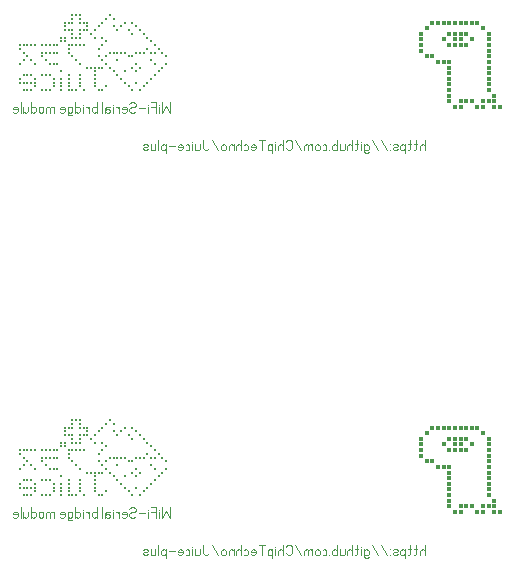
<source format=gbr>
%FSLAX34Y34*%
%MOMM*%
%LNSILK_BOTTOM_*%
G71*
G01*
%ADD10R, 0.27X0.27*%
%ADD11R, 0.40X0.40*%
%ADD12C, 0.11*%
%LPD*%
X257175Y815975D02*
G54D10*
D03*
X254000Y812800D02*
G54D10*
D03*
X250825Y809625D02*
G54D10*
D03*
X247650Y806450D02*
G54D10*
D03*
X257175Y822325D02*
G54D10*
D03*
X254000Y825500D02*
G54D10*
D03*
X250825Y828675D02*
G54D10*
D03*
X247650Y831850D02*
G54D10*
D03*
X244475Y835025D02*
G54D10*
D03*
X244475Y803275D02*
G54D10*
D03*
X241300Y800100D02*
G54D10*
D03*
X238125Y796925D02*
G54D10*
D03*
X234950Y793750D02*
G54D10*
D03*
X228600Y793750D02*
G54D10*
D03*
X225425Y796925D02*
G54D10*
D03*
X222250Y800100D02*
G54D10*
D03*
X219075Y803275D02*
G54D10*
D03*
X215900Y806450D02*
G54D10*
D03*
X212725Y809625D02*
G54D10*
D03*
X209550Y812800D02*
G54D10*
D03*
X206375Y815975D02*
G54D10*
D03*
X203200Y819150D02*
G54D10*
D03*
X241300Y838200D02*
G54D10*
D03*
X238125Y841375D02*
G54D10*
D03*
X234950Y844550D02*
G54D10*
D03*
X231775Y847725D02*
G54D10*
D03*
X215900Y844550D02*
G54D10*
D03*
X206375Y835025D02*
G54D10*
D03*
X203200Y838200D02*
G54D10*
D03*
X212725Y847725D02*
G54D10*
D03*
X212725Y854075D02*
G54D10*
D03*
X209550Y857250D02*
G54D10*
D03*
X206375Y854075D02*
G54D10*
D03*
X203200Y850900D02*
G54D10*
D03*
X200025Y847725D02*
G54D10*
D03*
X196850Y844550D02*
G54D10*
D03*
X193675Y841375D02*
G54D10*
D03*
X196850Y838200D02*
G54D10*
D03*
X247650Y825500D02*
G54D10*
D03*
X244475Y825500D02*
G54D10*
D03*
X241300Y828675D02*
G54D10*
D03*
X238125Y825500D02*
G54D10*
D03*
X234950Y825500D02*
G54D10*
D03*
X231775Y825500D02*
G54D10*
D03*
X228600Y822325D02*
G54D10*
D03*
X225425Y822325D02*
G54D10*
D03*
X222250Y825500D02*
G54D10*
D03*
X219075Y825500D02*
G54D10*
D03*
X215900Y825500D02*
G54D10*
D03*
X212725Y825500D02*
G54D10*
D03*
X209550Y825500D02*
G54D10*
D03*
X206375Y822325D02*
G54D10*
D03*
X190500Y850900D02*
G54D10*
D03*
X190500Y847725D02*
G54D10*
D03*
X190500Y844550D02*
G54D10*
D03*
X187325Y844550D02*
G54D10*
D03*
X187325Y850900D02*
G54D10*
D03*
X184150Y850900D02*
G54D10*
D03*
X184150Y854075D02*
G54D10*
D03*
X184150Y857250D02*
G54D10*
D03*
X180975Y857250D02*
G54D10*
D03*
X177800Y857250D02*
G54D10*
D03*
X177800Y854075D02*
G54D10*
D03*
X177800Y850900D02*
G54D10*
D03*
X174625Y850900D02*
G54D10*
D03*
X171450Y850900D02*
G54D10*
D03*
X171450Y847725D02*
G54D10*
D03*
X171450Y844550D02*
G54D10*
D03*
X174625Y844550D02*
G54D10*
D03*
X177800Y844550D02*
G54D10*
D03*
X184150Y844550D02*
G54D10*
D03*
X184150Y841375D02*
G54D10*
D03*
X184150Y838200D02*
G54D10*
D03*
X180975Y838200D02*
G54D10*
D03*
X177800Y838200D02*
G54D10*
D03*
X177800Y841375D02*
G54D10*
D03*
X228600Y850900D02*
G54D10*
D03*
X222250Y850900D02*
G54D10*
D03*
X219075Y847725D02*
G54D10*
D03*
X203200Y831850D02*
G54D10*
D03*
X200025Y828675D02*
G54D10*
D03*
X200025Y822325D02*
G54D10*
D03*
X203200Y812800D02*
G54D10*
D03*
X200025Y812800D02*
G54D10*
D03*
X196850Y812800D02*
G54D10*
D03*
X193675Y812800D02*
G54D10*
D03*
X190500Y812800D02*
G54D10*
D03*
X196850Y809625D02*
G54D10*
D03*
X196850Y806450D02*
G54D10*
D03*
X196850Y803275D02*
G54D10*
D03*
X196850Y800100D02*
G54D10*
D03*
X196850Y796925D02*
G54D10*
D03*
X200025Y793750D02*
G54D10*
D03*
X203200Y793750D02*
G54D10*
D03*
X206375Y796925D02*
G54D10*
D03*
X187325Y793750D02*
G54D10*
D03*
X184150Y796925D02*
G54D10*
D03*
X184150Y800100D02*
G54D10*
D03*
X184150Y803275D02*
G54D10*
D03*
X184150Y806450D02*
G54D10*
D03*
X180975Y793750D02*
G54D10*
D03*
X177800Y793750D02*
G54D10*
D03*
X174625Y793750D02*
G54D10*
D03*
X174625Y796925D02*
G54D10*
D03*
X174625Y800100D02*
G54D10*
D03*
X174625Y803275D02*
G54D10*
D03*
X174625Y806450D02*
G54D10*
D03*
X168275Y809625D02*
G54D10*
D03*
X168275Y803275D02*
G54D10*
D03*
X168275Y800100D02*
G54D10*
D03*
X168275Y796925D02*
G54D10*
D03*
X168275Y793750D02*
G54D10*
D03*
X161925Y796925D02*
G54D10*
D03*
X161925Y800100D02*
G54D10*
D03*
X161925Y803275D02*
G54D10*
D03*
X158750Y806450D02*
G54D10*
D03*
X155575Y806450D02*
G54D10*
D03*
X158750Y793750D02*
G54D10*
D03*
X155575Y793750D02*
G54D10*
D03*
X152400Y793750D02*
G54D10*
D03*
X152400Y806450D02*
G54D10*
D03*
X146050Y796925D02*
G54D10*
D03*
X146050Y800100D02*
G54D10*
D03*
X146050Y803275D02*
G54D10*
D03*
X142875Y806450D02*
G54D10*
D03*
X139700Y806450D02*
G54D10*
D03*
X136525Y806450D02*
G54D10*
D03*
X142875Y793750D02*
G54D10*
D03*
X139700Y793750D02*
G54D10*
D03*
X136525Y793750D02*
G54D10*
D03*
X133350Y803275D02*
G54D10*
D03*
X133350Y800100D02*
G54D10*
D03*
X136525Y800100D02*
G54D10*
D03*
X139700Y800100D02*
G54D10*
D03*
X142875Y800100D02*
G54D10*
D03*
X234950Y812800D02*
G54D10*
D03*
X231775Y809625D02*
G54D10*
D03*
X228600Y812800D02*
G54D10*
D03*
X231775Y815975D02*
G54D10*
D03*
X222250Y809625D02*
G54D10*
D03*
X244475Y819150D02*
G54D10*
D03*
X215900Y819150D02*
G54D10*
D03*
X231775Y800100D02*
G54D10*
D03*
X247650Y815975D02*
G54D10*
D03*
X187325Y831850D02*
G54D10*
D03*
X184150Y831850D02*
G54D10*
D03*
X180975Y831850D02*
G54D10*
D03*
X177800Y831850D02*
G54D10*
D03*
X174625Y831850D02*
G54D10*
D03*
X174625Y828675D02*
G54D10*
D03*
X174625Y825500D02*
G54D10*
D03*
X177800Y822325D02*
G54D10*
D03*
X180975Y819150D02*
G54D10*
D03*
X184150Y815975D02*
G54D10*
D03*
X171450Y838200D02*
G54D10*
D03*
X171450Y835025D02*
G54D10*
D03*
X168275Y835025D02*
G54D10*
D03*
X168275Y838200D02*
G54D10*
D03*
X165100Y831850D02*
G54D10*
D03*
X161925Y831850D02*
G54D10*
D03*
X158750Y831850D02*
G54D10*
D03*
X155575Y831850D02*
G54D10*
D03*
X152400Y831850D02*
G54D10*
D03*
X165100Y825500D02*
G54D10*
D03*
X161925Y825500D02*
G54D10*
D03*
X158750Y825500D02*
G54D10*
D03*
X155575Y825500D02*
G54D10*
D03*
X152400Y825500D02*
G54D10*
D03*
X152400Y822325D02*
G54D10*
D03*
X155575Y819150D02*
G54D10*
D03*
X158750Y815975D02*
G54D10*
D03*
X165100Y815975D02*
G54D10*
D03*
X161925Y815975D02*
G54D10*
D03*
X146050Y831850D02*
G54D10*
D03*
X142875Y831850D02*
G54D10*
D03*
X139700Y831850D02*
G54D10*
D03*
X136525Y831850D02*
G54D10*
D03*
X133350Y831850D02*
G54D10*
D03*
X133350Y828675D02*
G54D10*
D03*
X136525Y825500D02*
G54D10*
D03*
X139700Y822325D02*
G54D10*
D03*
X142875Y819150D02*
G54D10*
D03*
X146050Y815975D02*
G54D10*
D03*
X136525Y819150D02*
G54D10*
D03*
X133350Y815975D02*
G54D10*
D03*
X225425Y844550D02*
G54D10*
D03*
X228600Y841375D02*
G54D10*
D03*
X515938Y850900D02*
G54D11*
D03*
X511175Y850900D02*
G54D11*
D03*
X506412Y850900D02*
G54D11*
D03*
X501650Y850900D02*
G54D11*
D03*
X496888Y850900D02*
G54D11*
D03*
X492125Y850900D02*
G54D11*
D03*
X487362Y850900D02*
G54D11*
D03*
X482600Y850900D02*
G54D11*
D03*
X530225Y836612D02*
G54D11*
D03*
X530225Y831850D02*
G54D11*
D03*
X530225Y827088D02*
G54D11*
D03*
X530225Y822325D02*
G54D11*
D03*
X530225Y817562D02*
G54D11*
D03*
X530225Y812800D02*
G54D11*
D03*
X530225Y808038D02*
G54D11*
D03*
X530225Y803275D02*
G54D11*
D03*
X530225Y798512D02*
G54D11*
D03*
X530225Y793750D02*
G54D11*
D03*
X534988Y788988D02*
G54D11*
D03*
X534988Y784225D02*
G54D11*
D03*
X534988Y779462D02*
G54D11*
D03*
X539750Y779462D02*
G54D11*
D03*
X525462Y784225D02*
G54D11*
D03*
X525462Y779462D02*
G54D11*
D03*
X520700Y779462D02*
G54D11*
D03*
X515938Y784225D02*
G54D11*
D03*
X511175Y784225D02*
G54D11*
D03*
X506412Y784225D02*
G54D11*
D03*
X506412Y779462D02*
G54D11*
D03*
X501650Y779462D02*
G54D11*
D03*
X473075Y827088D02*
G54D11*
D03*
X473075Y831850D02*
G54D11*
D03*
X473075Y836612D02*
G54D11*
D03*
X473075Y841375D02*
G54D11*
D03*
X477838Y846138D02*
G54D11*
D03*
X515938Y836612D02*
G54D11*
D03*
X511175Y841375D02*
G54D11*
D03*
X506412Y841375D02*
G54D11*
D03*
X501650Y841375D02*
G54D11*
D03*
X496888Y841375D02*
G54D11*
D03*
X492125Y836612D02*
G54D11*
D03*
X511175Y831850D02*
G54D11*
D03*
X506412Y831850D02*
G54D11*
D03*
X501650Y831850D02*
G54D11*
D03*
X496888Y831850D02*
G54D11*
D03*
X506412Y836612D02*
G54D11*
D03*
X501650Y836612D02*
G54D11*
D03*
X530225Y784225D02*
G54D11*
D03*
X477838Y822325D02*
G54D11*
D03*
X482600Y822325D02*
G54D11*
D03*
X492125Y817562D02*
G54D11*
D03*
X487362Y817562D02*
G54D11*
D03*
X496888Y817562D02*
G54D11*
D03*
X496888Y812800D02*
G54D11*
D03*
X496888Y808038D02*
G54D11*
D03*
X496888Y803275D02*
G54D11*
D03*
X496888Y798512D02*
G54D11*
D03*
X496888Y793750D02*
G54D11*
D03*
X496888Y788988D02*
G54D11*
D03*
X496888Y784225D02*
G54D11*
D03*
X520700Y850900D02*
G54D11*
D03*
X525462Y846138D02*
G54D11*
D03*
X530225Y841375D02*
G54D11*
D03*
G54D12*
X260350Y783589D02*
X260350Y774700D01*
X257017Y780256D01*
X253683Y774700D01*
X253683Y783589D01*
G54D12*
X251239Y774700D02*
X251239Y779700D01*
G54D12*
X251239Y781367D02*
X251239Y781367D01*
G54D12*
X248795Y774700D02*
X248795Y783589D01*
X244128Y783589D01*
G54D12*
X248795Y779144D02*
X244128Y779144D01*
G54D12*
X241684Y774700D02*
X241684Y779700D01*
G54D12*
X241684Y781367D02*
X241684Y781367D01*
G54D12*
X239240Y778589D02*
X233907Y778589D01*
G54D12*
X231463Y776367D02*
X230796Y775256D01*
X229463Y774700D01*
X228130Y774700D01*
X226796Y775256D01*
X226130Y776367D01*
X226130Y777478D01*
X226796Y778589D01*
X228130Y779144D01*
X229463Y779144D01*
X230796Y779700D01*
X231463Y780811D01*
X231463Y781922D01*
X230796Y783033D01*
X229463Y783589D01*
X228130Y783589D01*
X226796Y783033D01*
X226130Y781922D01*
G54D12*
X219686Y775256D02*
X220753Y774700D01*
X222086Y774700D01*
X223419Y775256D01*
X223686Y776367D01*
X223686Y778256D01*
X223019Y779367D01*
X221686Y779700D01*
X220353Y779367D01*
X219686Y778589D01*
X219686Y777478D01*
X223686Y777478D01*
G54D12*
X217242Y774700D02*
X217242Y779700D01*
G54D12*
X217242Y778589D02*
X215909Y779700D01*
X214575Y779700D01*
G54D12*
X212131Y774700D02*
X212131Y779700D01*
G54D12*
X212131Y781367D02*
X212131Y781367D01*
G54D12*
X209687Y779144D02*
X208354Y779700D01*
X206754Y779700D01*
X205687Y778589D01*
X205687Y774700D01*
G54D12*
X205687Y776367D02*
X206354Y777478D01*
X207687Y777700D01*
X209020Y777478D01*
X209687Y776367D01*
X209420Y775256D01*
X208354Y774700D01*
X207687Y774700D01*
X207420Y774700D01*
X206354Y775256D01*
X205687Y776367D01*
G54D12*
X203243Y774700D02*
X203243Y783589D01*
G54D12*
X198222Y774700D02*
X198222Y783589D01*
G54D12*
X198222Y778256D02*
X197555Y779367D01*
X196222Y779700D01*
X194889Y779367D01*
X194222Y778256D01*
X194222Y776033D01*
X194889Y774922D01*
X196222Y774700D01*
X197555Y774922D01*
X198222Y776033D01*
G54D12*
X191778Y774700D02*
X191778Y779700D01*
G54D12*
X191778Y778589D02*
X190445Y779700D01*
X189111Y779700D01*
G54D12*
X186667Y774700D02*
X186667Y779700D01*
G54D12*
X186667Y781367D02*
X186667Y781367D01*
G54D12*
X180223Y774700D02*
X180223Y783589D01*
G54D12*
X180223Y778256D02*
X180890Y779367D01*
X182223Y779700D01*
X183556Y779367D01*
X184223Y778256D01*
X184223Y776033D01*
X183556Y774922D01*
X182223Y774700D01*
X180890Y774922D01*
X180223Y776033D01*
G54D12*
X177779Y773033D02*
X176446Y772478D01*
X175512Y772478D01*
X174179Y773033D01*
X173779Y774144D01*
X173779Y779700D01*
G54D12*
X173779Y778256D02*
X174446Y779367D01*
X175779Y779700D01*
X177112Y779367D01*
X177779Y778256D01*
X177779Y776033D01*
X177112Y774922D01*
X175779Y774700D01*
X174446Y774922D01*
X173779Y776033D01*
G54D12*
X167335Y775256D02*
X168402Y774700D01*
X169735Y774700D01*
X171068Y775256D01*
X171335Y776367D01*
X171335Y778256D01*
X170668Y779367D01*
X169335Y779700D01*
X168002Y779367D01*
X167335Y778589D01*
X167335Y777478D01*
X171335Y777478D01*
G54D12*
X162314Y774700D02*
X162314Y779700D01*
G54D12*
X162314Y778811D02*
X160981Y779700D01*
X159647Y779367D01*
X158981Y778589D01*
X158981Y774700D01*
G54D12*
X158981Y778811D02*
X157647Y779700D01*
X156314Y779367D01*
X155647Y778589D01*
X155647Y774700D01*
G54D12*
X149203Y776033D02*
X149203Y778256D01*
X149870Y779367D01*
X151203Y779700D01*
X152536Y779367D01*
X153203Y778256D01*
X153203Y776033D01*
X152536Y774922D01*
X151203Y774700D01*
X149870Y774922D01*
X149203Y776033D01*
G54D12*
X142759Y774700D02*
X142759Y783589D01*
G54D12*
X142759Y778256D02*
X143426Y779367D01*
X144759Y779700D01*
X146092Y779367D01*
X146759Y778256D01*
X146759Y776033D01*
X146092Y774922D01*
X144759Y774700D01*
X143426Y774922D01*
X142759Y776033D01*
G54D12*
X136315Y779700D02*
X136315Y774700D01*
G54D12*
X136315Y775811D02*
X136982Y774922D01*
X138315Y774700D01*
X139648Y774922D01*
X140315Y775811D01*
X140315Y779700D01*
G54D12*
X133871Y774700D02*
X133871Y783589D01*
G54D12*
X127427Y775256D02*
X128494Y774700D01*
X129827Y774700D01*
X131160Y775256D01*
X131427Y776367D01*
X131427Y778256D01*
X130760Y779367D01*
X129427Y779700D01*
X128094Y779367D01*
X127427Y778589D01*
X127427Y777478D01*
X131427Y777478D01*
G54D12*
X476250Y742950D02*
X476250Y751839D01*
G54D12*
X476250Y746506D02*
X475583Y747617D01*
X474250Y747950D01*
X472917Y747617D01*
X472250Y746506D01*
X472250Y742950D01*
G54D12*
X468473Y751839D02*
X468473Y743506D01*
X467806Y742950D01*
X467139Y743172D01*
G54D12*
X469806Y747950D02*
X467139Y747950D01*
G54D12*
X463362Y751839D02*
X463362Y743506D01*
X462695Y742950D01*
X462028Y743172D01*
G54D12*
X464695Y747950D02*
X462028Y747950D01*
G54D12*
X459584Y747950D02*
X459584Y740728D01*
G54D12*
X459584Y744617D02*
X458917Y743172D01*
X457584Y742950D01*
X456251Y743172D01*
X455584Y744283D01*
X455584Y746506D01*
X456251Y747617D01*
X457584Y747950D01*
X458917Y747617D01*
X459584Y746283D01*
G54D12*
X453140Y743506D02*
X451807Y742950D01*
X450473Y742950D01*
X449140Y743506D01*
X449140Y744617D01*
X449807Y745172D01*
X452473Y745728D01*
X453140Y746283D01*
X453140Y747394D01*
X451807Y747950D01*
X450473Y747950D01*
X449140Y747394D01*
G54D12*
X446696Y742950D02*
X446696Y742950D01*
G54D12*
X446696Y747950D02*
X446696Y747950D01*
G54D12*
X444252Y742950D02*
X438919Y751839D01*
G54D12*
X436475Y742950D02*
X431142Y751839D01*
G54D12*
X428698Y741283D02*
X427365Y740728D01*
X426431Y740728D01*
X425098Y741283D01*
X424698Y742394D01*
X424698Y747950D01*
G54D12*
X424698Y746506D02*
X425365Y747617D01*
X426698Y747950D01*
X428031Y747617D01*
X428698Y746506D01*
X428698Y744283D01*
X428031Y743172D01*
X426698Y742950D01*
X425365Y743172D01*
X424698Y744283D01*
G54D12*
X422254Y742950D02*
X422254Y747950D01*
G54D12*
X422254Y749617D02*
X422254Y749617D01*
G54D12*
X418477Y751839D02*
X418477Y743506D01*
X417810Y742950D01*
X417143Y743172D01*
G54D12*
X419810Y747950D02*
X417143Y747950D01*
G54D12*
X414699Y742950D02*
X414699Y751839D01*
G54D12*
X414699Y746506D02*
X414032Y747617D01*
X412699Y747950D01*
X411366Y747617D01*
X410699Y746506D01*
X410699Y742950D01*
G54D12*
X404255Y747950D02*
X404255Y742950D01*
G54D12*
X404255Y744061D02*
X404922Y743172D01*
X406255Y742950D01*
X407588Y743172D01*
X408255Y744061D01*
X408255Y747950D01*
G54D12*
X401811Y742950D02*
X401811Y751839D01*
G54D12*
X401811Y746506D02*
X401144Y747617D01*
X399811Y747950D01*
X398478Y747617D01*
X397811Y746506D01*
X397811Y744283D01*
X398478Y743172D01*
X399811Y742950D01*
X401144Y743172D01*
X401811Y744283D01*
G54D12*
X395367Y742950D02*
X395367Y742950D01*
G54D12*
X389590Y747617D02*
X390923Y747950D01*
X392256Y747617D01*
X392923Y746506D01*
X392923Y744283D01*
X392256Y743172D01*
X390923Y742950D01*
X389590Y743172D01*
G54D12*
X383146Y744283D02*
X383146Y746506D01*
X383813Y747617D01*
X385146Y747950D01*
X386479Y747617D01*
X387146Y746506D01*
X387146Y744283D01*
X386479Y743172D01*
X385146Y742950D01*
X383813Y743172D01*
X383146Y744283D01*
G54D12*
X380702Y742950D02*
X380702Y747950D01*
G54D12*
X380702Y747061D02*
X379369Y747950D01*
X378035Y747617D01*
X377369Y746839D01*
X377369Y742950D01*
G54D12*
X377369Y747061D02*
X376035Y747950D01*
X374702Y747617D01*
X374035Y746839D01*
X374035Y742950D01*
G54D12*
X371591Y742950D02*
X366258Y751839D01*
G54D12*
X358481Y744617D02*
X359147Y743506D01*
X360481Y742950D01*
X361814Y742950D01*
X363147Y743506D01*
X363814Y744617D01*
X363814Y750172D01*
X363147Y751283D01*
X361814Y751839D01*
X360481Y751839D01*
X359147Y751283D01*
X358481Y750172D01*
G54D12*
X356037Y742950D02*
X356037Y751839D01*
G54D12*
X356037Y746506D02*
X355370Y747617D01*
X354037Y747950D01*
X352704Y747617D01*
X352037Y746506D01*
X352037Y742950D01*
G54D12*
X349593Y742950D02*
X349593Y747950D01*
G54D12*
X349593Y749617D02*
X349593Y749617D01*
G54D12*
X347149Y747950D02*
X347149Y740728D01*
G54D12*
X347149Y744617D02*
X346482Y743172D01*
X345149Y742950D01*
X343816Y743172D01*
X343149Y744283D01*
X343149Y746506D01*
X343816Y747617D01*
X345149Y747950D01*
X346482Y747617D01*
X347149Y746283D01*
G54D12*
X338038Y742950D02*
X338038Y751839D01*
G54D12*
X340705Y751839D02*
X335372Y751839D01*
G54D12*
X328928Y743506D02*
X329995Y742950D01*
X331328Y742950D01*
X332661Y743506D01*
X332928Y744617D01*
X332928Y746506D01*
X332261Y747617D01*
X330928Y747950D01*
X329595Y747617D01*
X328928Y746839D01*
X328928Y745728D01*
X332928Y745728D01*
G54D12*
X323151Y747617D02*
X324484Y747950D01*
X325817Y747617D01*
X326484Y746506D01*
X326484Y744283D01*
X325817Y743172D01*
X324484Y742950D01*
X323151Y743172D01*
G54D12*
X320707Y742950D02*
X320707Y751839D01*
G54D12*
X320707Y746506D02*
X320040Y747617D01*
X318707Y747950D01*
X317374Y747617D01*
X316707Y746506D01*
X316707Y742950D01*
G54D12*
X314263Y742950D02*
X314263Y747950D01*
G54D12*
X314263Y746839D02*
X313596Y747617D01*
X312263Y747950D01*
X310930Y747617D01*
X310263Y746839D01*
X310263Y742950D01*
G54D12*
X303819Y744283D02*
X303819Y746506D01*
X304486Y747617D01*
X305819Y747950D01*
X307152Y747617D01*
X307819Y746506D01*
X307819Y744283D01*
X307152Y743172D01*
X305819Y742950D01*
X304486Y743172D01*
X303819Y744283D01*
G54D12*
X301375Y742950D02*
X296042Y751839D01*
G54D12*
X288265Y751839D02*
X288265Y744617D01*
X288931Y743506D01*
X290265Y742950D01*
X291598Y742950D01*
X292931Y743506D01*
X293598Y744617D01*
G54D12*
X281821Y747950D02*
X281821Y742950D01*
G54D12*
X281821Y744061D02*
X282488Y743172D01*
X283821Y742950D01*
X285154Y743172D01*
X285821Y744061D01*
X285821Y747950D01*
G54D12*
X279377Y742950D02*
X279377Y747950D01*
G54D12*
X279377Y749617D02*
X279377Y749617D01*
G54D12*
X273600Y747617D02*
X274933Y747950D01*
X276266Y747617D01*
X276933Y746506D01*
X276933Y744283D01*
X276266Y743172D01*
X274933Y742950D01*
X273600Y743172D01*
G54D12*
X267156Y743506D02*
X268223Y742950D01*
X269556Y742950D01*
X270889Y743506D01*
X271156Y744617D01*
X271156Y746506D01*
X270489Y747617D01*
X269156Y747950D01*
X267823Y747617D01*
X267156Y746839D01*
X267156Y745728D01*
X271156Y745728D01*
G54D12*
X264712Y746839D02*
X259379Y746839D01*
G54D12*
X256935Y747950D02*
X256935Y740728D01*
G54D12*
X256935Y744617D02*
X256268Y743172D01*
X254935Y742950D01*
X253602Y743172D01*
X252935Y744283D01*
X252935Y746506D01*
X253602Y747617D01*
X254935Y747950D01*
X256268Y747617D01*
X256935Y746283D01*
G54D12*
X250491Y742950D02*
X250491Y751839D01*
G54D12*
X244047Y747950D02*
X244047Y742950D01*
G54D12*
X244047Y744061D02*
X244714Y743172D01*
X246047Y742950D01*
X247380Y743172D01*
X248047Y744061D01*
X248047Y747950D01*
G54D12*
X241603Y743506D02*
X240270Y742950D01*
X238936Y742950D01*
X237603Y743506D01*
X237603Y744617D01*
X238270Y745172D01*
X240936Y745728D01*
X241603Y746283D01*
X241603Y747394D01*
X240270Y747950D01*
X238936Y747950D01*
X237603Y747394D01*
X257175Y473075D02*
G54D10*
D03*
X254000Y469900D02*
G54D10*
D03*
X250825Y466725D02*
G54D10*
D03*
X247650Y463550D02*
G54D10*
D03*
X257175Y479425D02*
G54D10*
D03*
X254000Y482600D02*
G54D10*
D03*
X250825Y485775D02*
G54D10*
D03*
X247650Y488950D02*
G54D10*
D03*
X244475Y492125D02*
G54D10*
D03*
X244475Y460375D02*
G54D10*
D03*
X241300Y457200D02*
G54D10*
D03*
X238125Y454025D02*
G54D10*
D03*
X234950Y450850D02*
G54D10*
D03*
X228600Y450850D02*
G54D10*
D03*
X225425Y454025D02*
G54D10*
D03*
X222250Y457200D02*
G54D10*
D03*
X219075Y460375D02*
G54D10*
D03*
X215900Y463550D02*
G54D10*
D03*
X212725Y466725D02*
G54D10*
D03*
X209550Y469900D02*
G54D10*
D03*
X206375Y473075D02*
G54D10*
D03*
X203200Y476250D02*
G54D10*
D03*
X241300Y495300D02*
G54D10*
D03*
X238125Y498475D02*
G54D10*
D03*
X234950Y501650D02*
G54D10*
D03*
X231775Y504825D02*
G54D10*
D03*
X215900Y501650D02*
G54D10*
D03*
X206375Y492125D02*
G54D10*
D03*
X203200Y495300D02*
G54D10*
D03*
X212725Y504825D02*
G54D10*
D03*
X212725Y511175D02*
G54D10*
D03*
X209550Y514350D02*
G54D10*
D03*
X206375Y511175D02*
G54D10*
D03*
X203200Y508000D02*
G54D10*
D03*
X200025Y504825D02*
G54D10*
D03*
X196850Y501650D02*
G54D10*
D03*
X193675Y498475D02*
G54D10*
D03*
X196850Y495300D02*
G54D10*
D03*
X247650Y482600D02*
G54D10*
D03*
X244475Y482600D02*
G54D10*
D03*
X241300Y485775D02*
G54D10*
D03*
X238125Y482600D02*
G54D10*
D03*
X234950Y482600D02*
G54D10*
D03*
X231775Y482600D02*
G54D10*
D03*
X228600Y479425D02*
G54D10*
D03*
X225425Y479425D02*
G54D10*
D03*
X222250Y482600D02*
G54D10*
D03*
X219075Y482600D02*
G54D10*
D03*
X215900Y482600D02*
G54D10*
D03*
X212725Y482600D02*
G54D10*
D03*
X209550Y482600D02*
G54D10*
D03*
X206375Y479425D02*
G54D10*
D03*
X190500Y508000D02*
G54D10*
D03*
X190500Y504825D02*
G54D10*
D03*
X190500Y501650D02*
G54D10*
D03*
X187325Y501650D02*
G54D10*
D03*
X187325Y508000D02*
G54D10*
D03*
X184150Y508000D02*
G54D10*
D03*
X184150Y511175D02*
G54D10*
D03*
X184150Y514350D02*
G54D10*
D03*
X180975Y514350D02*
G54D10*
D03*
X177800Y514350D02*
G54D10*
D03*
X177800Y511175D02*
G54D10*
D03*
X177800Y508000D02*
G54D10*
D03*
X174625Y508000D02*
G54D10*
D03*
X171450Y508000D02*
G54D10*
D03*
X171450Y504825D02*
G54D10*
D03*
X171450Y501650D02*
G54D10*
D03*
X174625Y501650D02*
G54D10*
D03*
X177800Y501650D02*
G54D10*
D03*
X184150Y501650D02*
G54D10*
D03*
X184150Y498475D02*
G54D10*
D03*
X184150Y495300D02*
G54D10*
D03*
X180975Y495300D02*
G54D10*
D03*
X177800Y495300D02*
G54D10*
D03*
X177800Y498475D02*
G54D10*
D03*
X228600Y508000D02*
G54D10*
D03*
X222250Y508000D02*
G54D10*
D03*
X219075Y504825D02*
G54D10*
D03*
X203200Y488950D02*
G54D10*
D03*
X200025Y485775D02*
G54D10*
D03*
X200025Y479425D02*
G54D10*
D03*
X203200Y469900D02*
G54D10*
D03*
X200025Y469900D02*
G54D10*
D03*
X196850Y469900D02*
G54D10*
D03*
X193675Y469900D02*
G54D10*
D03*
X190500Y469900D02*
G54D10*
D03*
X196850Y466725D02*
G54D10*
D03*
X196850Y463550D02*
G54D10*
D03*
X196850Y460375D02*
G54D10*
D03*
X196850Y457200D02*
G54D10*
D03*
X196850Y454025D02*
G54D10*
D03*
X200025Y450850D02*
G54D10*
D03*
X203200Y450850D02*
G54D10*
D03*
X206375Y454025D02*
G54D10*
D03*
X187325Y450850D02*
G54D10*
D03*
X184150Y454025D02*
G54D10*
D03*
X184150Y457200D02*
G54D10*
D03*
X184150Y460375D02*
G54D10*
D03*
X184150Y463550D02*
G54D10*
D03*
X180975Y450850D02*
G54D10*
D03*
X177800Y450850D02*
G54D10*
D03*
X174625Y450850D02*
G54D10*
D03*
X174625Y454025D02*
G54D10*
D03*
X174625Y457200D02*
G54D10*
D03*
X174625Y460375D02*
G54D10*
D03*
X174625Y463550D02*
G54D10*
D03*
X168275Y466725D02*
G54D10*
D03*
X168275Y460375D02*
G54D10*
D03*
X168275Y457200D02*
G54D10*
D03*
X168275Y454025D02*
G54D10*
D03*
X168275Y450850D02*
G54D10*
D03*
X161925Y454025D02*
G54D10*
D03*
X161925Y457200D02*
G54D10*
D03*
X161925Y460375D02*
G54D10*
D03*
X158750Y463550D02*
G54D10*
D03*
X155575Y463550D02*
G54D10*
D03*
X158750Y450850D02*
G54D10*
D03*
X155575Y450850D02*
G54D10*
D03*
X152400Y450850D02*
G54D10*
D03*
X152400Y463550D02*
G54D10*
D03*
X146050Y454025D02*
G54D10*
D03*
X146050Y457200D02*
G54D10*
D03*
X146050Y460375D02*
G54D10*
D03*
X142875Y463550D02*
G54D10*
D03*
X139700Y463550D02*
G54D10*
D03*
X136525Y463550D02*
G54D10*
D03*
X142875Y450850D02*
G54D10*
D03*
X139700Y450850D02*
G54D10*
D03*
X136525Y450850D02*
G54D10*
D03*
X133350Y460375D02*
G54D10*
D03*
X133350Y457200D02*
G54D10*
D03*
X136525Y457200D02*
G54D10*
D03*
X139700Y457200D02*
G54D10*
D03*
X142875Y457200D02*
G54D10*
D03*
X234950Y469900D02*
G54D10*
D03*
X231775Y466725D02*
G54D10*
D03*
X228600Y469900D02*
G54D10*
D03*
X231775Y473075D02*
G54D10*
D03*
X222250Y466725D02*
G54D10*
D03*
X244475Y476250D02*
G54D10*
D03*
X215900Y476250D02*
G54D10*
D03*
X231775Y457200D02*
G54D10*
D03*
X247650Y473075D02*
G54D10*
D03*
X187325Y488950D02*
G54D10*
D03*
X184150Y488950D02*
G54D10*
D03*
X180975Y488950D02*
G54D10*
D03*
X177800Y488950D02*
G54D10*
D03*
X174625Y488950D02*
G54D10*
D03*
X174625Y485775D02*
G54D10*
D03*
X174625Y482600D02*
G54D10*
D03*
X177800Y479425D02*
G54D10*
D03*
X180975Y476250D02*
G54D10*
D03*
X184150Y473075D02*
G54D10*
D03*
X171450Y495300D02*
G54D10*
D03*
X171450Y492125D02*
G54D10*
D03*
X168275Y492125D02*
G54D10*
D03*
X168275Y495300D02*
G54D10*
D03*
X165100Y488950D02*
G54D10*
D03*
X161925Y488950D02*
G54D10*
D03*
X158750Y488950D02*
G54D10*
D03*
X155575Y488950D02*
G54D10*
D03*
X152400Y488950D02*
G54D10*
D03*
X165100Y482600D02*
G54D10*
D03*
X161925Y482600D02*
G54D10*
D03*
X158750Y482600D02*
G54D10*
D03*
X155575Y482600D02*
G54D10*
D03*
X152400Y482600D02*
G54D10*
D03*
X152400Y479425D02*
G54D10*
D03*
X155575Y476250D02*
G54D10*
D03*
X158750Y473075D02*
G54D10*
D03*
X165100Y473075D02*
G54D10*
D03*
X161925Y473075D02*
G54D10*
D03*
X146050Y488950D02*
G54D10*
D03*
X142875Y488950D02*
G54D10*
D03*
X139700Y488950D02*
G54D10*
D03*
X136525Y488950D02*
G54D10*
D03*
X133350Y488950D02*
G54D10*
D03*
X133350Y485775D02*
G54D10*
D03*
X136525Y482600D02*
G54D10*
D03*
X139700Y479425D02*
G54D10*
D03*
X142875Y476250D02*
G54D10*
D03*
X146050Y473075D02*
G54D10*
D03*
X136525Y476250D02*
G54D10*
D03*
X133350Y473075D02*
G54D10*
D03*
X225425Y501650D02*
G54D10*
D03*
X228600Y498475D02*
G54D10*
D03*
X515938Y508000D02*
G54D11*
D03*
X511175Y508000D02*
G54D11*
D03*
X506412Y508000D02*
G54D11*
D03*
X501650Y508000D02*
G54D11*
D03*
X496888Y508000D02*
G54D11*
D03*
X492125Y508000D02*
G54D11*
D03*
X487362Y508000D02*
G54D11*
D03*
X482600Y508000D02*
G54D11*
D03*
X530225Y493712D02*
G54D11*
D03*
X530225Y488950D02*
G54D11*
D03*
X530225Y484188D02*
G54D11*
D03*
X530225Y479425D02*
G54D11*
D03*
X530225Y474662D02*
G54D11*
D03*
X530225Y469900D02*
G54D11*
D03*
X530225Y465138D02*
G54D11*
D03*
X530225Y460375D02*
G54D11*
D03*
X530225Y455612D02*
G54D11*
D03*
X530225Y450850D02*
G54D11*
D03*
X534988Y446088D02*
G54D11*
D03*
X534988Y441325D02*
G54D11*
D03*
X534988Y436562D02*
G54D11*
D03*
X539750Y436562D02*
G54D11*
D03*
X525462Y441325D02*
G54D11*
D03*
X525462Y436562D02*
G54D11*
D03*
X520700Y436562D02*
G54D11*
D03*
X515938Y441325D02*
G54D11*
D03*
X511175Y441325D02*
G54D11*
D03*
X506412Y441325D02*
G54D11*
D03*
X506412Y436562D02*
G54D11*
D03*
X501650Y436562D02*
G54D11*
D03*
X473075Y484188D02*
G54D11*
D03*
X473075Y488950D02*
G54D11*
D03*
X473075Y493712D02*
G54D11*
D03*
X473075Y498475D02*
G54D11*
D03*
X477838Y503238D02*
G54D11*
D03*
X515938Y493712D02*
G54D11*
D03*
X511175Y498475D02*
G54D11*
D03*
X506412Y498475D02*
G54D11*
D03*
X501650Y498475D02*
G54D11*
D03*
X496888Y498475D02*
G54D11*
D03*
X492125Y493712D02*
G54D11*
D03*
X511175Y488950D02*
G54D11*
D03*
X506412Y488950D02*
G54D11*
D03*
X501650Y488950D02*
G54D11*
D03*
X496888Y488950D02*
G54D11*
D03*
X506412Y493712D02*
G54D11*
D03*
X501650Y493712D02*
G54D11*
D03*
X530225Y441325D02*
G54D11*
D03*
X477838Y479425D02*
G54D11*
D03*
X482600Y479425D02*
G54D11*
D03*
X492125Y474662D02*
G54D11*
D03*
X487362Y474662D02*
G54D11*
D03*
X496888Y474662D02*
G54D11*
D03*
X496888Y469900D02*
G54D11*
D03*
X496888Y465138D02*
G54D11*
D03*
X496888Y460375D02*
G54D11*
D03*
X496888Y455612D02*
G54D11*
D03*
X496888Y450850D02*
G54D11*
D03*
X496888Y446088D02*
G54D11*
D03*
X496888Y441325D02*
G54D11*
D03*
X520700Y508000D02*
G54D11*
D03*
X525462Y503238D02*
G54D11*
D03*
X530225Y498475D02*
G54D11*
D03*
G54D12*
X260350Y440689D02*
X260350Y431800D01*
X257017Y437356D01*
X253683Y431800D01*
X253683Y440689D01*
G54D12*
X251239Y431800D02*
X251239Y436800D01*
G54D12*
X251239Y438467D02*
X251239Y438467D01*
G54D12*
X248795Y431800D02*
X248795Y440689D01*
X244128Y440689D01*
G54D12*
X248795Y436244D02*
X244128Y436244D01*
G54D12*
X241684Y431800D02*
X241684Y436800D01*
G54D12*
X241684Y438467D02*
X241684Y438467D01*
G54D12*
X239240Y435689D02*
X233907Y435689D01*
G54D12*
X231463Y433467D02*
X230796Y432356D01*
X229463Y431800D01*
X228130Y431800D01*
X226796Y432356D01*
X226130Y433467D01*
X226130Y434578D01*
X226796Y435689D01*
X228130Y436244D01*
X229463Y436244D01*
X230796Y436800D01*
X231463Y437911D01*
X231463Y439022D01*
X230796Y440133D01*
X229463Y440689D01*
X228130Y440689D01*
X226796Y440133D01*
X226130Y439022D01*
G54D12*
X219686Y432356D02*
X220753Y431800D01*
X222086Y431800D01*
X223419Y432356D01*
X223686Y433467D01*
X223686Y435356D01*
X223019Y436467D01*
X221686Y436800D01*
X220353Y436467D01*
X219686Y435689D01*
X219686Y434578D01*
X223686Y434578D01*
G54D12*
X217242Y431800D02*
X217242Y436800D01*
G54D12*
X217242Y435689D02*
X215909Y436800D01*
X214575Y436800D01*
G54D12*
X212131Y431800D02*
X212131Y436800D01*
G54D12*
X212131Y438467D02*
X212131Y438467D01*
G54D12*
X209687Y436244D02*
X208354Y436800D01*
X206754Y436800D01*
X205687Y435689D01*
X205687Y431800D01*
G54D12*
X205687Y433467D02*
X206354Y434578D01*
X207687Y434800D01*
X209020Y434578D01*
X209687Y433467D01*
X209420Y432356D01*
X208354Y431800D01*
X207687Y431800D01*
X207420Y431800D01*
X206354Y432356D01*
X205687Y433467D01*
G54D12*
X203243Y431800D02*
X203243Y440689D01*
G54D12*
X198222Y431800D02*
X198222Y440689D01*
G54D12*
X198222Y435356D02*
X197555Y436467D01*
X196222Y436800D01*
X194889Y436467D01*
X194222Y435356D01*
X194222Y433133D01*
X194889Y432022D01*
X196222Y431800D01*
X197555Y432022D01*
X198222Y433133D01*
G54D12*
X191778Y431800D02*
X191778Y436800D01*
G54D12*
X191778Y435689D02*
X190445Y436800D01*
X189111Y436800D01*
G54D12*
X186667Y431800D02*
X186667Y436800D01*
G54D12*
X186667Y438467D02*
X186667Y438467D01*
G54D12*
X180223Y431800D02*
X180223Y440689D01*
G54D12*
X180223Y435356D02*
X180890Y436467D01*
X182223Y436800D01*
X183556Y436467D01*
X184223Y435356D01*
X184223Y433133D01*
X183556Y432022D01*
X182223Y431800D01*
X180890Y432022D01*
X180223Y433133D01*
G54D12*
X177779Y430133D02*
X176446Y429578D01*
X175512Y429578D01*
X174179Y430133D01*
X173779Y431244D01*
X173779Y436800D01*
G54D12*
X173779Y435356D02*
X174446Y436467D01*
X175779Y436800D01*
X177112Y436467D01*
X177779Y435356D01*
X177779Y433133D01*
X177112Y432022D01*
X175779Y431800D01*
X174446Y432022D01*
X173779Y433133D01*
G54D12*
X167335Y432356D02*
X168402Y431800D01*
X169735Y431800D01*
X171068Y432356D01*
X171335Y433467D01*
X171335Y435356D01*
X170668Y436467D01*
X169335Y436800D01*
X168002Y436467D01*
X167335Y435689D01*
X167335Y434578D01*
X171335Y434578D01*
G54D12*
X162314Y431800D02*
X162314Y436800D01*
G54D12*
X162314Y435911D02*
X160981Y436800D01*
X159647Y436467D01*
X158981Y435689D01*
X158981Y431800D01*
G54D12*
X158981Y435911D02*
X157647Y436800D01*
X156314Y436467D01*
X155647Y435689D01*
X155647Y431800D01*
G54D12*
X149203Y433133D02*
X149203Y435356D01*
X149870Y436467D01*
X151203Y436800D01*
X152536Y436467D01*
X153203Y435356D01*
X153203Y433133D01*
X152536Y432022D01*
X151203Y431800D01*
X149870Y432022D01*
X149203Y433133D01*
G54D12*
X142759Y431800D02*
X142759Y440689D01*
G54D12*
X142759Y435356D02*
X143426Y436467D01*
X144759Y436800D01*
X146092Y436467D01*
X146759Y435356D01*
X146759Y433133D01*
X146092Y432022D01*
X144759Y431800D01*
X143426Y432022D01*
X142759Y433133D01*
G54D12*
X136315Y436800D02*
X136315Y431800D01*
G54D12*
X136315Y432911D02*
X136982Y432022D01*
X138315Y431800D01*
X139648Y432022D01*
X140315Y432911D01*
X140315Y436800D01*
G54D12*
X133871Y431800D02*
X133871Y440689D01*
G54D12*
X127427Y432356D02*
X128494Y431800D01*
X129827Y431800D01*
X131160Y432356D01*
X131427Y433467D01*
X131427Y435356D01*
X130760Y436467D01*
X129427Y436800D01*
X128094Y436467D01*
X127427Y435689D01*
X127427Y434578D01*
X131427Y434578D01*
G54D12*
X476250Y400050D02*
X476250Y408939D01*
G54D12*
X476250Y403606D02*
X475583Y404717D01*
X474250Y405050D01*
X472917Y404717D01*
X472250Y403606D01*
X472250Y400050D01*
G54D12*
X468473Y408939D02*
X468473Y400606D01*
X467806Y400050D01*
X467139Y400272D01*
G54D12*
X469806Y405050D02*
X467139Y405050D01*
G54D12*
X463362Y408939D02*
X463362Y400606D01*
X462695Y400050D01*
X462028Y400272D01*
G54D12*
X464695Y405050D02*
X462028Y405050D01*
G54D12*
X459584Y405050D02*
X459584Y397828D01*
G54D12*
X459584Y401717D02*
X458917Y400272D01*
X457584Y400050D01*
X456251Y400272D01*
X455584Y401383D01*
X455584Y403606D01*
X456251Y404717D01*
X457584Y405050D01*
X458917Y404717D01*
X459584Y403383D01*
G54D12*
X453140Y400606D02*
X451807Y400050D01*
X450473Y400050D01*
X449140Y400606D01*
X449140Y401717D01*
X449807Y402272D01*
X452473Y402828D01*
X453140Y403383D01*
X453140Y404494D01*
X451807Y405050D01*
X450473Y405050D01*
X449140Y404494D01*
G54D12*
X446696Y400050D02*
X446696Y400050D01*
G54D12*
X446696Y405050D02*
X446696Y405050D01*
G54D12*
X444252Y400050D02*
X438919Y408939D01*
G54D12*
X436475Y400050D02*
X431142Y408939D01*
G54D12*
X428698Y398383D02*
X427365Y397828D01*
X426431Y397828D01*
X425098Y398383D01*
X424698Y399494D01*
X424698Y405050D01*
G54D12*
X424698Y403606D02*
X425365Y404717D01*
X426698Y405050D01*
X428031Y404717D01*
X428698Y403606D01*
X428698Y401383D01*
X428031Y400272D01*
X426698Y400050D01*
X425365Y400272D01*
X424698Y401383D01*
G54D12*
X422254Y400050D02*
X422254Y405050D01*
G54D12*
X422254Y406717D02*
X422254Y406717D01*
G54D12*
X418477Y408939D02*
X418477Y400606D01*
X417810Y400050D01*
X417143Y400272D01*
G54D12*
X419810Y405050D02*
X417143Y405050D01*
G54D12*
X414699Y400050D02*
X414699Y408939D01*
G54D12*
X414699Y403606D02*
X414032Y404717D01*
X412699Y405050D01*
X411366Y404717D01*
X410699Y403606D01*
X410699Y400050D01*
G54D12*
X404255Y405050D02*
X404255Y400050D01*
G54D12*
X404255Y401161D02*
X404922Y400272D01*
X406255Y400050D01*
X407588Y400272D01*
X408255Y401161D01*
X408255Y405050D01*
G54D12*
X401811Y400050D02*
X401811Y408939D01*
G54D12*
X401811Y403606D02*
X401144Y404717D01*
X399811Y405050D01*
X398478Y404717D01*
X397811Y403606D01*
X397811Y401383D01*
X398478Y400272D01*
X399811Y400050D01*
X401144Y400272D01*
X401811Y401383D01*
G54D12*
X395367Y400050D02*
X395367Y400050D01*
G54D12*
X389590Y404717D02*
X390923Y405050D01*
X392256Y404717D01*
X392923Y403606D01*
X392923Y401383D01*
X392256Y400272D01*
X390923Y400050D01*
X389590Y400272D01*
G54D12*
X383146Y401383D02*
X383146Y403606D01*
X383813Y404717D01*
X385146Y405050D01*
X386479Y404717D01*
X387146Y403606D01*
X387146Y401383D01*
X386479Y400272D01*
X385146Y400050D01*
X383813Y400272D01*
X383146Y401383D01*
G54D12*
X380702Y400050D02*
X380702Y405050D01*
G54D12*
X380702Y404161D02*
X379369Y405050D01*
X378035Y404717D01*
X377369Y403939D01*
X377369Y400050D01*
G54D12*
X377369Y404161D02*
X376035Y405050D01*
X374702Y404717D01*
X374035Y403939D01*
X374035Y400050D01*
G54D12*
X371591Y400050D02*
X366258Y408939D01*
G54D12*
X358481Y401717D02*
X359147Y400606D01*
X360481Y400050D01*
X361814Y400050D01*
X363147Y400606D01*
X363814Y401717D01*
X363814Y407272D01*
X363147Y408383D01*
X361814Y408939D01*
X360481Y408939D01*
X359147Y408383D01*
X358481Y407272D01*
G54D12*
X356037Y400050D02*
X356037Y408939D01*
G54D12*
X356037Y403606D02*
X355370Y404717D01*
X354037Y405050D01*
X352704Y404717D01*
X352037Y403606D01*
X352037Y400050D01*
G54D12*
X349593Y400050D02*
X349593Y405050D01*
G54D12*
X349593Y406717D02*
X349593Y406717D01*
G54D12*
X347149Y405050D02*
X347149Y397828D01*
G54D12*
X347149Y401717D02*
X346482Y400272D01*
X345149Y400050D01*
X343816Y400272D01*
X343149Y401383D01*
X343149Y403606D01*
X343816Y404717D01*
X345149Y405050D01*
X346482Y404717D01*
X347149Y403383D01*
G54D12*
X338038Y400050D02*
X338038Y408939D01*
G54D12*
X340705Y408939D02*
X335372Y408939D01*
G54D12*
X328928Y400606D02*
X329995Y400050D01*
X331328Y400050D01*
X332661Y400606D01*
X332928Y401717D01*
X332928Y403606D01*
X332261Y404717D01*
X330928Y405050D01*
X329595Y404717D01*
X328928Y403939D01*
X328928Y402828D01*
X332928Y402828D01*
G54D12*
X323151Y404717D02*
X324484Y405050D01*
X325817Y404717D01*
X326484Y403606D01*
X326484Y401383D01*
X325817Y400272D01*
X324484Y400050D01*
X323151Y400272D01*
G54D12*
X320707Y400050D02*
X320707Y408939D01*
G54D12*
X320707Y403606D02*
X320040Y404717D01*
X318707Y405050D01*
X317374Y404717D01*
X316707Y403606D01*
X316707Y400050D01*
G54D12*
X314263Y400050D02*
X314263Y405050D01*
G54D12*
X314263Y403939D02*
X313596Y404717D01*
X312263Y405050D01*
X310930Y404717D01*
X310263Y403939D01*
X310263Y400050D01*
G54D12*
X303819Y401383D02*
X303819Y403606D01*
X304486Y404717D01*
X305819Y405050D01*
X307152Y404717D01*
X307819Y403606D01*
X307819Y401383D01*
X307152Y400272D01*
X305819Y400050D01*
X304486Y400272D01*
X303819Y401383D01*
G54D12*
X301375Y400050D02*
X296042Y408939D01*
G54D12*
X288265Y408939D02*
X288265Y401717D01*
X288931Y400606D01*
X290265Y400050D01*
X291598Y400050D01*
X292931Y400606D01*
X293598Y401717D01*
G54D12*
X281821Y405050D02*
X281821Y400050D01*
G54D12*
X281821Y401161D02*
X282488Y400272D01*
X283821Y400050D01*
X285154Y400272D01*
X285821Y401161D01*
X285821Y405050D01*
G54D12*
X279377Y400050D02*
X279377Y405050D01*
G54D12*
X279377Y406717D02*
X279377Y406717D01*
G54D12*
X273600Y404717D02*
X274933Y405050D01*
X276266Y404717D01*
X276933Y403606D01*
X276933Y401383D01*
X276266Y400272D01*
X274933Y400050D01*
X273600Y400272D01*
G54D12*
X267156Y400606D02*
X268223Y400050D01*
X269556Y400050D01*
X270889Y400606D01*
X271156Y401717D01*
X271156Y403606D01*
X270489Y404717D01*
X269156Y405050D01*
X267823Y404717D01*
X267156Y403939D01*
X267156Y402828D01*
X271156Y402828D01*
G54D12*
X264712Y403939D02*
X259379Y403939D01*
G54D12*
X256935Y405050D02*
X256935Y397828D01*
G54D12*
X256935Y401717D02*
X256268Y400272D01*
X254935Y400050D01*
X253602Y400272D01*
X252935Y401383D01*
X252935Y403606D01*
X253602Y404717D01*
X254935Y405050D01*
X256268Y404717D01*
X256935Y403383D01*
G54D12*
X250491Y400050D02*
X250491Y408939D01*
G54D12*
X244047Y405050D02*
X244047Y400050D01*
G54D12*
X244047Y401161D02*
X244714Y400272D01*
X246047Y400050D01*
X247380Y400272D01*
X248047Y401161D01*
X248047Y405050D01*
G54D12*
X241603Y400606D02*
X240270Y400050D01*
X238936Y400050D01*
X237603Y400606D01*
X237603Y401717D01*
X238270Y402272D01*
X240936Y402828D01*
X241603Y403383D01*
X241603Y404494D01*
X240270Y405050D01*
X238936Y405050D01*
X237603Y404494D01*
M02*

</source>
